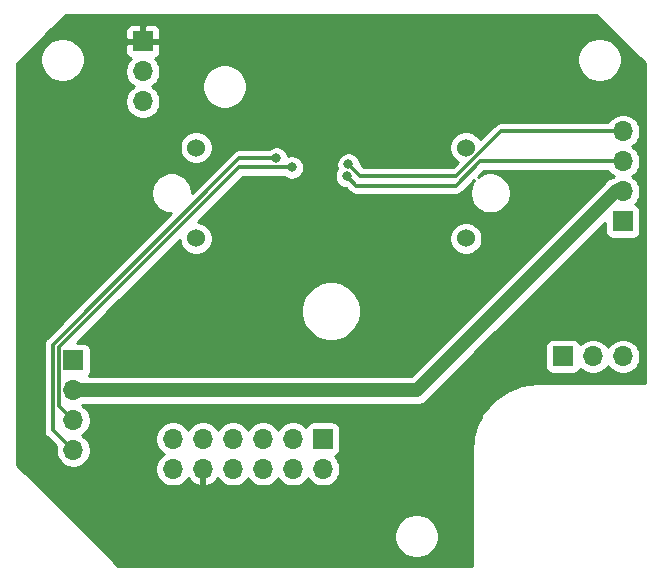
<source format=gbr>
%TF.GenerationSoftware,KiCad,Pcbnew,(5.1.9)-1*%
%TF.CreationDate,2021-09-07T12:43:22-06:00*%
%TF.ProjectId,standby_altimeter,7374616e-6462-4795-9f61-6c74696d6574,rev?*%
%TF.SameCoordinates,Original*%
%TF.FileFunction,Copper,L2,Bot*%
%TF.FilePolarity,Positive*%
%FSLAX46Y46*%
G04 Gerber Fmt 4.6, Leading zero omitted, Abs format (unit mm)*
G04 Created by KiCad (PCBNEW (5.1.9)-1) date 2021-09-07 12:43:22*
%MOMM*%
%LPD*%
G01*
G04 APERTURE LIST*
%TA.AperFunction,ComponentPad*%
%ADD10O,1.700000X1.700000*%
%TD*%
%TA.AperFunction,ComponentPad*%
%ADD11R,1.700000X1.700000*%
%TD*%
%TA.AperFunction,ComponentPad*%
%ADD12C,1.524000*%
%TD*%
%TA.AperFunction,ViaPad*%
%ADD13C,0.800000*%
%TD*%
%TA.AperFunction,Conductor*%
%ADD14C,1.219200*%
%TD*%
%TA.AperFunction,Conductor*%
%ADD15C,0.304800*%
%TD*%
%TA.AperFunction,Conductor*%
%ADD16C,0.254000*%
%TD*%
%TA.AperFunction,Conductor*%
%ADD17C,0.100000*%
%TD*%
G04 APERTURE END LIST*
D10*
%TO.P,J1,12*%
%TO.N,GND*%
X175465515Y-110630452D03*
%TO.P,J1,11*%
%TO.N,+3V3*%
X175465515Y-108090452D03*
%TO.P,J1,10*%
%TO.N,+5V*%
X178005515Y-110630452D03*
%TO.P,J1,9*%
%TO.N,/ZERO_DETECT*%
X178005515Y-108090452D03*
%TO.P,J1,8*%
%TO.N,/CH_A*%
X180545515Y-110630452D03*
%TO.P,J1,7*%
%TO.N,/COIL2*%
X180545515Y-108090452D03*
%TO.P,J1,6*%
%TO.N,/CH_B*%
X183085515Y-110630452D03*
%TO.P,J1,5*%
%TO.N,/COIL1*%
X183085515Y-108090452D03*
%TO.P,J1,4*%
%TO.N,/SDA*%
X185625515Y-110630452D03*
%TO.P,J1,3*%
%TO.N,/COIL4*%
X185625515Y-108090452D03*
%TO.P,J1,2*%
%TO.N,/SCL*%
X188165515Y-110630452D03*
D11*
%TO.P,J1,1*%
%TO.N,/COIL3*%
X188165515Y-108090452D03*
%TD*%
D12*
%TO.P,M1,4*%
%TO.N,/COIL4*%
X200272058Y-83413953D03*
%TO.P,M1,3*%
%TO.N,/COIL3*%
X200272058Y-91113953D03*
%TO.P,M1,2*%
%TO.N,/COIL2*%
X177422058Y-91113953D03*
%TO.P,M1,1*%
%TO.N,/COIL1*%
X177422058Y-83413953D03*
%TD*%
D10*
%TO.P,J3,3*%
%TO.N,GND*%
X172925515Y-79515452D03*
%TO.P,J3,2*%
%TO.N,/ZERO_DETECT*%
X172925515Y-76975452D03*
D11*
%TO.P,J3,1*%
%TO.N,+5V*%
X172925515Y-74435452D03*
%TD*%
D10*
%TO.P,J2,3*%
%TO.N,/CH_B*%
X213565515Y-101105452D03*
%TO.P,J2,2*%
%TO.N,GND*%
X211025515Y-101105452D03*
D11*
%TO.P,J2,1*%
%TO.N,/CH_A*%
X208485515Y-101105452D03*
%TD*%
D10*
%TO.P,DS2,4*%
%TO.N,/SD1*%
X213565515Y-82055452D03*
%TO.P,DS2,3*%
%TO.N,/SC1*%
X213565515Y-84595452D03*
%TO.P,DS2,2*%
%TO.N,+3V3*%
X213565515Y-87135452D03*
D11*
%TO.P,DS2,1*%
%TO.N,GND*%
X213565515Y-89675452D03*
%TD*%
D10*
%TO.P,DS1,4*%
%TO.N,/SD0*%
X167028601Y-109047091D03*
%TO.P,DS1,3*%
%TO.N,/SC0*%
X167028601Y-106507091D03*
%TO.P,DS1,2*%
%TO.N,+3V3*%
X167028601Y-103967091D03*
D11*
%TO.P,DS1,1*%
%TO.N,GND*%
X167028601Y-101427091D03*
%TD*%
D13*
%TO.N,+5V*%
X190451515Y-109868452D03*
X190451515Y-108344452D03*
X195658515Y-79642452D03*
X184863515Y-81420452D03*
%TO.N,/SD0*%
X184228515Y-84341452D03*
%TO.N,/SC0*%
X185534810Y-85093862D03*
%TO.N,/SD1*%
X190324515Y-84849452D03*
%TO.N,/SC1*%
X190183092Y-85839413D03*
%TD*%
D14*
%TO.N,+3V3*%
X167028601Y-103967091D02*
X196116594Y-103967091D01*
X196116594Y-103967091D02*
X212948233Y-87135452D01*
X212948233Y-87135452D02*
X213565515Y-87135452D01*
D15*
%TO.N,/SD0*%
X165321390Y-100121667D02*
X181101605Y-84341452D01*
X181101605Y-84341452D02*
X184228515Y-84341452D01*
X167028601Y-109047091D02*
X165321390Y-107339880D01*
X165321390Y-107339880D02*
X165321390Y-100121667D01*
%TO.N,/SC0*%
X165826200Y-105304690D02*
X165826200Y-100330767D01*
X167028601Y-106507091D02*
X165826200Y-105304690D01*
X181063105Y-85093862D02*
X185534810Y-85093862D01*
X165826200Y-100330767D02*
X181063105Y-85093862D01*
%TO.N,/SD1*%
X213565515Y-82055452D02*
X203279873Y-82055452D01*
X203279873Y-82055452D02*
X199469873Y-85865452D01*
X199469873Y-85865452D02*
X191340515Y-85865452D01*
X191340515Y-85865452D02*
X190324515Y-84849452D01*
%TO.N,/SC1*%
X199402784Y-86646451D02*
X190990130Y-86646451D01*
X213565515Y-84595452D02*
X201453783Y-84595452D01*
X201453783Y-84595452D02*
X199402784Y-86646451D01*
X190990130Y-86646451D02*
X190183092Y-85839413D01*
%TD*%
D16*
%TO.N,+5V*%
X215405516Y-76271369D02*
X215405515Y-103360530D01*
X206395596Y-103360530D01*
X206371527Y-103362901D01*
X205649263Y-103415940D01*
X205633883Y-103418459D01*
X205618310Y-103418948D01*
X205543526Y-103432404D01*
X204679144Y-103639924D01*
X204659463Y-103646548D01*
X204639151Y-103650865D01*
X204567932Y-103677351D01*
X203753961Y-104034660D01*
X203735767Y-104044662D01*
X203716539Y-104052509D01*
X203651149Y-104091181D01*
X203651135Y-104091189D01*
X203651130Y-104091193D01*
X202913302Y-104586992D01*
X202897164Y-104600060D01*
X202879631Y-104611187D01*
X202822110Y-104660837D01*
X202183737Y-105279464D01*
X202170169Y-105295182D01*
X202154884Y-105309238D01*
X202107065Y-105368290D01*
X201588330Y-106090186D01*
X201577759Y-106108060D01*
X201565205Y-106124600D01*
X201528599Y-106191186D01*
X201145899Y-106993533D01*
X201138662Y-107012992D01*
X201129233Y-107031498D01*
X201104997Y-107103514D01*
X200870429Y-107960950D01*
X200866752Y-107981387D01*
X200860750Y-108001266D01*
X200849650Y-108076436D01*
X200770884Y-108958989D01*
X200768016Y-108988111D01*
X200768015Y-118816751D01*
X170848816Y-118816751D01*
X168159977Y-116127912D01*
X194217017Y-116127912D01*
X194217017Y-116499224D01*
X194289456Y-116863402D01*
X194431551Y-117206450D01*
X194637842Y-117515186D01*
X194900399Y-117777743D01*
X195209135Y-117984034D01*
X195552183Y-118126129D01*
X195916361Y-118198568D01*
X196287673Y-118198568D01*
X196651851Y-118126129D01*
X196994899Y-117984034D01*
X197303635Y-117777743D01*
X197566192Y-117515186D01*
X197772483Y-117206450D01*
X197914578Y-116863402D01*
X197987017Y-116499224D01*
X197987017Y-116127912D01*
X197914578Y-115763734D01*
X197772483Y-115420686D01*
X197566192Y-115111950D01*
X197303635Y-114849393D01*
X196994899Y-114643102D01*
X196651851Y-114501007D01*
X196287673Y-114428568D01*
X195916361Y-114428568D01*
X195552183Y-114501007D01*
X195209135Y-114643102D01*
X194900399Y-114849393D01*
X194637842Y-115111950D01*
X194431551Y-115420686D01*
X194289456Y-115763734D01*
X194217017Y-116127912D01*
X168159977Y-116127912D01*
X162288601Y-110256537D01*
X162288601Y-100121667D01*
X164530182Y-100121667D01*
X164533991Y-100160340D01*
X164533990Y-107301217D01*
X164530182Y-107339880D01*
X164533990Y-107378543D01*
X164533990Y-107378552D01*
X164545384Y-107494236D01*
X164590408Y-107642662D01*
X164663524Y-107779451D01*
X164761921Y-107899349D01*
X164791968Y-107924008D01*
X165580963Y-108713003D01*
X165543601Y-108900831D01*
X165543601Y-109193351D01*
X165600669Y-109480249D01*
X165712611Y-109750502D01*
X165875126Y-109993723D01*
X166081969Y-110200566D01*
X166325190Y-110363081D01*
X166595443Y-110475023D01*
X166882341Y-110532091D01*
X167174861Y-110532091D01*
X167461759Y-110475023D01*
X167732012Y-110363081D01*
X167975233Y-110200566D01*
X168182076Y-109993723D01*
X168344591Y-109750502D01*
X168456533Y-109480249D01*
X168513601Y-109193351D01*
X168513601Y-108900831D01*
X168456533Y-108613933D01*
X168344591Y-108343680D01*
X168182076Y-108100459D01*
X168025809Y-107944192D01*
X173980515Y-107944192D01*
X173980515Y-108236712D01*
X174037583Y-108523610D01*
X174149525Y-108793863D01*
X174312040Y-109037084D01*
X174518883Y-109243927D01*
X174693275Y-109360452D01*
X174518883Y-109476977D01*
X174312040Y-109683820D01*
X174149525Y-109927041D01*
X174037583Y-110197294D01*
X173980515Y-110484192D01*
X173980515Y-110776712D01*
X174037583Y-111063610D01*
X174149525Y-111333863D01*
X174312040Y-111577084D01*
X174518883Y-111783927D01*
X174762104Y-111946442D01*
X175032357Y-112058384D01*
X175319255Y-112115452D01*
X175611775Y-112115452D01*
X175898673Y-112058384D01*
X176168926Y-111946442D01*
X176412147Y-111783927D01*
X176618990Y-111577084D01*
X176740710Y-111394918D01*
X176810337Y-111511807D01*
X177005246Y-111728040D01*
X177238595Y-111902093D01*
X177501416Y-112027277D01*
X177648625Y-112071928D01*
X177878515Y-111950607D01*
X177878515Y-110757452D01*
X177858515Y-110757452D01*
X177858515Y-110503452D01*
X177878515Y-110503452D01*
X177878515Y-110483452D01*
X178132515Y-110483452D01*
X178132515Y-110503452D01*
X178152515Y-110503452D01*
X178152515Y-110757452D01*
X178132515Y-110757452D01*
X178132515Y-111950607D01*
X178362405Y-112071928D01*
X178509614Y-112027277D01*
X178772435Y-111902093D01*
X179005784Y-111728040D01*
X179200693Y-111511807D01*
X179270320Y-111394918D01*
X179392040Y-111577084D01*
X179598883Y-111783927D01*
X179842104Y-111946442D01*
X180112357Y-112058384D01*
X180399255Y-112115452D01*
X180691775Y-112115452D01*
X180978673Y-112058384D01*
X181248926Y-111946442D01*
X181492147Y-111783927D01*
X181698990Y-111577084D01*
X181815515Y-111402692D01*
X181932040Y-111577084D01*
X182138883Y-111783927D01*
X182382104Y-111946442D01*
X182652357Y-112058384D01*
X182939255Y-112115452D01*
X183231775Y-112115452D01*
X183518673Y-112058384D01*
X183788926Y-111946442D01*
X184032147Y-111783927D01*
X184238990Y-111577084D01*
X184355515Y-111402692D01*
X184472040Y-111577084D01*
X184678883Y-111783927D01*
X184922104Y-111946442D01*
X185192357Y-112058384D01*
X185479255Y-112115452D01*
X185771775Y-112115452D01*
X186058673Y-112058384D01*
X186328926Y-111946442D01*
X186572147Y-111783927D01*
X186778990Y-111577084D01*
X186895515Y-111402692D01*
X187012040Y-111577084D01*
X187218883Y-111783927D01*
X187462104Y-111946442D01*
X187732357Y-112058384D01*
X188019255Y-112115452D01*
X188311775Y-112115452D01*
X188598673Y-112058384D01*
X188868926Y-111946442D01*
X189112147Y-111783927D01*
X189318990Y-111577084D01*
X189481505Y-111333863D01*
X189593447Y-111063610D01*
X189650515Y-110776712D01*
X189650515Y-110484192D01*
X189593447Y-110197294D01*
X189481505Y-109927041D01*
X189318990Y-109683820D01*
X189187135Y-109551965D01*
X189259695Y-109529954D01*
X189370009Y-109470989D01*
X189466700Y-109391637D01*
X189546052Y-109294946D01*
X189605017Y-109184632D01*
X189641327Y-109064934D01*
X189653587Y-108940452D01*
X189653587Y-107240452D01*
X189641327Y-107115970D01*
X189605017Y-106996272D01*
X189546052Y-106885958D01*
X189466700Y-106789267D01*
X189370009Y-106709915D01*
X189259695Y-106650950D01*
X189139997Y-106614640D01*
X189015515Y-106602380D01*
X187315515Y-106602380D01*
X187191033Y-106614640D01*
X187071335Y-106650950D01*
X186961021Y-106709915D01*
X186864330Y-106789267D01*
X186784978Y-106885958D01*
X186726013Y-106996272D01*
X186704002Y-107068832D01*
X186572147Y-106936977D01*
X186328926Y-106774462D01*
X186058673Y-106662520D01*
X185771775Y-106605452D01*
X185479255Y-106605452D01*
X185192357Y-106662520D01*
X184922104Y-106774462D01*
X184678883Y-106936977D01*
X184472040Y-107143820D01*
X184355515Y-107318212D01*
X184238990Y-107143820D01*
X184032147Y-106936977D01*
X183788926Y-106774462D01*
X183518673Y-106662520D01*
X183231775Y-106605452D01*
X182939255Y-106605452D01*
X182652357Y-106662520D01*
X182382104Y-106774462D01*
X182138883Y-106936977D01*
X181932040Y-107143820D01*
X181815515Y-107318212D01*
X181698990Y-107143820D01*
X181492147Y-106936977D01*
X181248926Y-106774462D01*
X180978673Y-106662520D01*
X180691775Y-106605452D01*
X180399255Y-106605452D01*
X180112357Y-106662520D01*
X179842104Y-106774462D01*
X179598883Y-106936977D01*
X179392040Y-107143820D01*
X179275515Y-107318212D01*
X179158990Y-107143820D01*
X178952147Y-106936977D01*
X178708926Y-106774462D01*
X178438673Y-106662520D01*
X178151775Y-106605452D01*
X177859255Y-106605452D01*
X177572357Y-106662520D01*
X177302104Y-106774462D01*
X177058883Y-106936977D01*
X176852040Y-107143820D01*
X176735515Y-107318212D01*
X176618990Y-107143820D01*
X176412147Y-106936977D01*
X176168926Y-106774462D01*
X175898673Y-106662520D01*
X175611775Y-106605452D01*
X175319255Y-106605452D01*
X175032357Y-106662520D01*
X174762104Y-106774462D01*
X174518883Y-106936977D01*
X174312040Y-107143820D01*
X174149525Y-107387041D01*
X174037583Y-107657294D01*
X173980515Y-107944192D01*
X168025809Y-107944192D01*
X167975233Y-107893616D01*
X167800841Y-107777091D01*
X167975233Y-107660566D01*
X168182076Y-107453723D01*
X168344591Y-107210502D01*
X168456533Y-106940249D01*
X168513601Y-106653351D01*
X168513601Y-106360831D01*
X168456533Y-106073933D01*
X168344591Y-105803680D01*
X168182076Y-105560459D01*
X167975233Y-105353616D01*
X167800841Y-105237091D01*
X167838855Y-105211691D01*
X196055461Y-105211691D01*
X196116594Y-105217712D01*
X196177727Y-105211691D01*
X196177737Y-105211691D01*
X196360578Y-105193683D01*
X196595186Y-105122515D01*
X196811402Y-105006945D01*
X197000917Y-104851414D01*
X197039896Y-104803918D01*
X201588362Y-100255452D01*
X206997443Y-100255452D01*
X206997443Y-101955452D01*
X207009703Y-102079934D01*
X207046013Y-102199632D01*
X207104978Y-102309946D01*
X207184330Y-102406637D01*
X207281021Y-102485989D01*
X207391335Y-102544954D01*
X207511033Y-102581264D01*
X207635515Y-102593524D01*
X209335515Y-102593524D01*
X209459997Y-102581264D01*
X209579695Y-102544954D01*
X209690009Y-102485989D01*
X209786700Y-102406637D01*
X209866052Y-102309946D01*
X209925017Y-102199632D01*
X209947028Y-102127072D01*
X210078883Y-102258927D01*
X210322104Y-102421442D01*
X210592357Y-102533384D01*
X210879255Y-102590452D01*
X211171775Y-102590452D01*
X211458673Y-102533384D01*
X211728926Y-102421442D01*
X211972147Y-102258927D01*
X212178990Y-102052084D01*
X212295515Y-101877692D01*
X212412040Y-102052084D01*
X212618883Y-102258927D01*
X212862104Y-102421442D01*
X213132357Y-102533384D01*
X213419255Y-102590452D01*
X213711775Y-102590452D01*
X213998673Y-102533384D01*
X214268926Y-102421442D01*
X214512147Y-102258927D01*
X214718990Y-102052084D01*
X214881505Y-101808863D01*
X214993447Y-101538610D01*
X215050515Y-101251712D01*
X215050515Y-100959192D01*
X214993447Y-100672294D01*
X214881505Y-100402041D01*
X214718990Y-100158820D01*
X214512147Y-99951977D01*
X214268926Y-99789462D01*
X213998673Y-99677520D01*
X213711775Y-99620452D01*
X213419255Y-99620452D01*
X213132357Y-99677520D01*
X212862104Y-99789462D01*
X212618883Y-99951977D01*
X212412040Y-100158820D01*
X212295515Y-100333212D01*
X212178990Y-100158820D01*
X211972147Y-99951977D01*
X211728926Y-99789462D01*
X211458673Y-99677520D01*
X211171775Y-99620452D01*
X210879255Y-99620452D01*
X210592357Y-99677520D01*
X210322104Y-99789462D01*
X210078883Y-99951977D01*
X209947028Y-100083832D01*
X209925017Y-100011272D01*
X209866052Y-99900958D01*
X209786700Y-99804267D01*
X209690009Y-99724915D01*
X209579695Y-99665950D01*
X209459997Y-99629640D01*
X209335515Y-99617380D01*
X207635515Y-99617380D01*
X207511033Y-99629640D01*
X207391335Y-99665950D01*
X207281021Y-99724915D01*
X207184330Y-99804267D01*
X207104978Y-99900958D01*
X207046013Y-100011272D01*
X207009703Y-100130970D01*
X206997443Y-100255452D01*
X201588362Y-100255452D01*
X212077443Y-89766372D01*
X212077443Y-90525452D01*
X212089703Y-90649934D01*
X212126013Y-90769632D01*
X212184978Y-90879946D01*
X212264330Y-90976637D01*
X212361021Y-91055989D01*
X212471335Y-91114954D01*
X212591033Y-91151264D01*
X212715515Y-91163524D01*
X214415515Y-91163524D01*
X214539997Y-91151264D01*
X214659695Y-91114954D01*
X214770009Y-91055989D01*
X214866700Y-90976637D01*
X214946052Y-90879946D01*
X215005017Y-90769632D01*
X215041327Y-90649934D01*
X215053587Y-90525452D01*
X215053587Y-88825452D01*
X215041327Y-88700970D01*
X215005017Y-88581272D01*
X214946052Y-88470958D01*
X214866700Y-88374267D01*
X214770009Y-88294915D01*
X214659695Y-88235950D01*
X214587135Y-88213939D01*
X214718990Y-88082084D01*
X214881505Y-87838863D01*
X214993447Y-87568610D01*
X215050515Y-87281712D01*
X215050515Y-86989192D01*
X214993447Y-86702294D01*
X214881505Y-86432041D01*
X214718990Y-86188820D01*
X214512147Y-85981977D01*
X214337755Y-85865452D01*
X214512147Y-85748927D01*
X214718990Y-85542084D01*
X214881505Y-85298863D01*
X214993447Y-85028610D01*
X215050515Y-84741712D01*
X215050515Y-84449192D01*
X214993447Y-84162294D01*
X214881505Y-83892041D01*
X214718990Y-83648820D01*
X214512147Y-83441977D01*
X214337755Y-83325452D01*
X214512147Y-83208927D01*
X214718990Y-83002084D01*
X214881505Y-82758863D01*
X214993447Y-82488610D01*
X215050515Y-82201712D01*
X215050515Y-81909192D01*
X214993447Y-81622294D01*
X214881505Y-81352041D01*
X214718990Y-81108820D01*
X214512147Y-80901977D01*
X214268926Y-80739462D01*
X213998673Y-80627520D01*
X213711775Y-80570452D01*
X213419255Y-80570452D01*
X213132357Y-80627520D01*
X212862104Y-80739462D01*
X212618883Y-80901977D01*
X212412040Y-81108820D01*
X212305645Y-81268052D01*
X203318538Y-81268052D01*
X203279873Y-81264244D01*
X203241208Y-81268052D01*
X203241200Y-81268052D01*
X203125516Y-81279446D01*
X202977090Y-81324470D01*
X202840301Y-81397586D01*
X202750443Y-81471330D01*
X202750440Y-81471333D01*
X202720404Y-81495983D01*
X202695754Y-81526019D01*
X201493835Y-82727939D01*
X201357178Y-82523418D01*
X201162593Y-82328833D01*
X200933785Y-82175948D01*
X200679548Y-82070639D01*
X200409650Y-82016953D01*
X200134466Y-82016953D01*
X199864568Y-82070639D01*
X199610331Y-82175948D01*
X199381523Y-82328833D01*
X199186938Y-82523418D01*
X199034053Y-82752226D01*
X198928744Y-83006463D01*
X198875058Y-83276361D01*
X198875058Y-83551545D01*
X198928744Y-83821443D01*
X199034053Y-84075680D01*
X199186938Y-84304488D01*
X199381523Y-84499073D01*
X199586044Y-84635730D01*
X199143723Y-85078052D01*
X191666666Y-85078052D01*
X191359515Y-84770902D01*
X191359515Y-84747513D01*
X191319741Y-84547554D01*
X191241720Y-84359196D01*
X191128452Y-84189678D01*
X190984289Y-84045515D01*
X190814771Y-83932247D01*
X190626413Y-83854226D01*
X190426454Y-83814452D01*
X190222576Y-83814452D01*
X190022617Y-83854226D01*
X189834259Y-83932247D01*
X189664741Y-84045515D01*
X189520578Y-84189678D01*
X189407310Y-84359196D01*
X189329289Y-84547554D01*
X189289515Y-84747513D01*
X189289515Y-84951391D01*
X189329289Y-85151350D01*
X189355606Y-85214883D01*
X189265887Y-85349157D01*
X189187866Y-85537515D01*
X189148092Y-85737474D01*
X189148092Y-85941352D01*
X189187866Y-86141311D01*
X189265887Y-86329669D01*
X189379155Y-86499187D01*
X189523318Y-86643350D01*
X189692836Y-86756618D01*
X189881194Y-86834639D01*
X190081153Y-86874413D01*
X190104541Y-86874413D01*
X190406007Y-87175878D01*
X190430661Y-87205920D01*
X190550558Y-87304317D01*
X190687347Y-87377433D01*
X190835773Y-87422457D01*
X190951457Y-87433851D01*
X190951466Y-87433851D01*
X190990129Y-87437659D01*
X191028792Y-87433851D01*
X199364121Y-87433851D01*
X199402784Y-87437659D01*
X199441447Y-87433851D01*
X199441457Y-87433851D01*
X199557141Y-87422457D01*
X199705567Y-87377433D01*
X199842356Y-87304317D01*
X199962253Y-87205920D01*
X199986912Y-87175874D01*
X200988449Y-86174337D01*
X200809521Y-86442122D01*
X200678733Y-86757872D01*
X200612058Y-87093070D01*
X200612058Y-87434836D01*
X200678733Y-87770034D01*
X200809521Y-88085784D01*
X200999395Y-88369951D01*
X201241060Y-88611616D01*
X201525227Y-88801490D01*
X201840977Y-88932278D01*
X202176175Y-88998953D01*
X202517941Y-88998953D01*
X202853139Y-88932278D01*
X203168889Y-88801490D01*
X203453056Y-88611616D01*
X203694721Y-88369951D01*
X203884595Y-88085784D01*
X204015383Y-87770034D01*
X204082058Y-87434836D01*
X204082058Y-87093070D01*
X204015383Y-86757872D01*
X203884595Y-86442122D01*
X203694721Y-86157955D01*
X203453056Y-85916290D01*
X203168889Y-85726416D01*
X202853139Y-85595628D01*
X202517941Y-85528953D01*
X202176175Y-85528953D01*
X201840977Y-85595628D01*
X201525227Y-85726416D01*
X201257443Y-85905343D01*
X201779935Y-85382852D01*
X212305645Y-85382852D01*
X212412040Y-85542084D01*
X212618883Y-85748927D01*
X212793275Y-85865452D01*
X212732470Y-85906080D01*
X212704249Y-85908860D01*
X212469641Y-85980028D01*
X212395216Y-86019809D01*
X212253424Y-86095598D01*
X212111402Y-86212153D01*
X212063910Y-86251129D01*
X212024936Y-86298619D01*
X195601065Y-102722491D01*
X168334534Y-102722491D01*
X168409138Y-102631585D01*
X168468103Y-102521271D01*
X168504413Y-102401573D01*
X168516673Y-102277091D01*
X168516673Y-100577091D01*
X168504413Y-100452609D01*
X168468103Y-100332911D01*
X168409138Y-100222597D01*
X168329786Y-100125906D01*
X168233095Y-100046554D01*
X168122781Y-99987589D01*
X168003083Y-99951279D01*
X167878601Y-99939019D01*
X167331498Y-99939019D01*
X170256240Y-97014277D01*
X186312058Y-97014277D01*
X186312058Y-97513629D01*
X186409476Y-98003385D01*
X186600570Y-98464726D01*
X186877995Y-98879921D01*
X187231090Y-99233016D01*
X187646285Y-99510441D01*
X188107626Y-99701535D01*
X188597382Y-99798953D01*
X189096734Y-99798953D01*
X189586490Y-99701535D01*
X190047831Y-99510441D01*
X190463026Y-99233016D01*
X190816121Y-98879921D01*
X191093546Y-98464726D01*
X191284640Y-98003385D01*
X191382058Y-97513629D01*
X191382058Y-97014277D01*
X191284640Y-96524521D01*
X191093546Y-96063180D01*
X190816121Y-95647985D01*
X190463026Y-95294890D01*
X190047831Y-95017465D01*
X189586490Y-94826371D01*
X189096734Y-94728953D01*
X188597382Y-94728953D01*
X188107626Y-94826371D01*
X187646285Y-95017465D01*
X187231090Y-95294890D01*
X186877995Y-95647985D01*
X186600570Y-96063180D01*
X186409476Y-96524521D01*
X186312058Y-97014277D01*
X170256240Y-97014277D01*
X176025058Y-91245460D01*
X176025058Y-91251545D01*
X176078744Y-91521443D01*
X176184053Y-91775680D01*
X176336938Y-92004488D01*
X176531523Y-92199073D01*
X176760331Y-92351958D01*
X177014568Y-92457267D01*
X177284466Y-92510953D01*
X177559650Y-92510953D01*
X177829548Y-92457267D01*
X178083785Y-92351958D01*
X178312593Y-92199073D01*
X178507178Y-92004488D01*
X178660063Y-91775680D01*
X178765372Y-91521443D01*
X178819058Y-91251545D01*
X178819058Y-90976361D01*
X198875058Y-90976361D01*
X198875058Y-91251545D01*
X198928744Y-91521443D01*
X199034053Y-91775680D01*
X199186938Y-92004488D01*
X199381523Y-92199073D01*
X199610331Y-92351958D01*
X199864568Y-92457267D01*
X200134466Y-92510953D01*
X200409650Y-92510953D01*
X200679548Y-92457267D01*
X200933785Y-92351958D01*
X201162593Y-92199073D01*
X201357178Y-92004488D01*
X201510063Y-91775680D01*
X201615372Y-91521443D01*
X201669058Y-91251545D01*
X201669058Y-90976361D01*
X201615372Y-90706463D01*
X201510063Y-90452226D01*
X201357178Y-90223418D01*
X201162593Y-90028833D01*
X200933785Y-89875948D01*
X200679548Y-89770639D01*
X200409650Y-89716953D01*
X200134466Y-89716953D01*
X199864568Y-89770639D01*
X199610331Y-89875948D01*
X199381523Y-90028833D01*
X199186938Y-90223418D01*
X199034053Y-90452226D01*
X198928744Y-90706463D01*
X198875058Y-90976361D01*
X178819058Y-90976361D01*
X178765372Y-90706463D01*
X178660063Y-90452226D01*
X178507178Y-90223418D01*
X178312593Y-90028833D01*
X178083785Y-89875948D01*
X177829548Y-89770639D01*
X177559650Y-89716953D01*
X177553565Y-89716953D01*
X181389257Y-85881262D01*
X184858499Y-85881262D01*
X184875036Y-85897799D01*
X185044554Y-86011067D01*
X185232912Y-86089088D01*
X185432871Y-86128862D01*
X185636749Y-86128862D01*
X185836708Y-86089088D01*
X186025066Y-86011067D01*
X186194584Y-85897799D01*
X186338747Y-85753636D01*
X186452015Y-85584118D01*
X186530036Y-85395760D01*
X186569810Y-85195801D01*
X186569810Y-84991923D01*
X186530036Y-84791964D01*
X186452015Y-84603606D01*
X186338747Y-84434088D01*
X186194584Y-84289925D01*
X186025066Y-84176657D01*
X185836708Y-84098636D01*
X185636749Y-84058862D01*
X185432871Y-84058862D01*
X185235395Y-84098142D01*
X185223741Y-84039554D01*
X185145720Y-83851196D01*
X185032452Y-83681678D01*
X184888289Y-83537515D01*
X184718771Y-83424247D01*
X184530413Y-83346226D01*
X184330454Y-83306452D01*
X184126576Y-83306452D01*
X183926617Y-83346226D01*
X183738259Y-83424247D01*
X183568741Y-83537515D01*
X183552204Y-83554052D01*
X181140267Y-83554052D01*
X181101604Y-83550244D01*
X181062941Y-83554052D01*
X181062932Y-83554052D01*
X180947248Y-83565446D01*
X180798822Y-83610470D01*
X180662033Y-83683586D01*
X180542136Y-83781983D01*
X180517482Y-83812024D01*
X177082058Y-87247448D01*
X177082058Y-87093070D01*
X177015383Y-86757872D01*
X176884595Y-86442122D01*
X176694721Y-86157955D01*
X176453056Y-85916290D01*
X176168889Y-85726416D01*
X175853139Y-85595628D01*
X175517941Y-85528953D01*
X175176175Y-85528953D01*
X174840977Y-85595628D01*
X174525227Y-85726416D01*
X174241060Y-85916290D01*
X173999395Y-86157955D01*
X173809521Y-86442122D01*
X173678733Y-86757872D01*
X173612058Y-87093070D01*
X173612058Y-87434836D01*
X173678733Y-87770034D01*
X173809521Y-88085784D01*
X173999395Y-88369951D01*
X174241060Y-88611616D01*
X174525227Y-88801490D01*
X174840977Y-88932278D01*
X175176175Y-88998953D01*
X175330553Y-88998953D01*
X164791963Y-99537544D01*
X164761922Y-99562198D01*
X164737269Y-99592238D01*
X164663525Y-99682095D01*
X164590408Y-99818885D01*
X164545385Y-99967310D01*
X164530182Y-100121667D01*
X162288601Y-100121667D01*
X162288601Y-83276361D01*
X176025058Y-83276361D01*
X176025058Y-83551545D01*
X176078744Y-83821443D01*
X176184053Y-84075680D01*
X176336938Y-84304488D01*
X176531523Y-84499073D01*
X176760331Y-84651958D01*
X177014568Y-84757267D01*
X177284466Y-84810953D01*
X177559650Y-84810953D01*
X177829548Y-84757267D01*
X178083785Y-84651958D01*
X178312593Y-84499073D01*
X178507178Y-84304488D01*
X178660063Y-84075680D01*
X178765372Y-83821443D01*
X178819058Y-83551545D01*
X178819058Y-83276361D01*
X178765372Y-83006463D01*
X178660063Y-82752226D01*
X178507178Y-82523418D01*
X178312593Y-82328833D01*
X178083785Y-82175948D01*
X177829548Y-82070639D01*
X177559650Y-82016953D01*
X177284466Y-82016953D01*
X177014568Y-82070639D01*
X176760331Y-82175948D01*
X176531523Y-82328833D01*
X176336938Y-82523418D01*
X176184053Y-82752226D01*
X176078744Y-83006463D01*
X176025058Y-83276361D01*
X162288601Y-83276361D01*
X162288601Y-76271367D01*
X162747637Y-75812331D01*
X164217018Y-75812331D01*
X164217018Y-76183643D01*
X164289457Y-76547821D01*
X164431552Y-76890869D01*
X164637843Y-77199605D01*
X164900400Y-77462162D01*
X165209136Y-77668453D01*
X165552184Y-77810548D01*
X165916362Y-77882987D01*
X166287674Y-77882987D01*
X166651852Y-77810548D01*
X166994900Y-77668453D01*
X167303636Y-77462162D01*
X167566193Y-77199605D01*
X167772484Y-76890869D01*
X167914579Y-76547821D01*
X167987018Y-76183643D01*
X167987018Y-75812331D01*
X167914579Y-75448153D01*
X167847187Y-75285452D01*
X171437443Y-75285452D01*
X171449703Y-75409934D01*
X171486013Y-75529632D01*
X171544978Y-75639946D01*
X171624330Y-75736637D01*
X171721021Y-75815989D01*
X171831335Y-75874954D01*
X171903895Y-75896965D01*
X171772040Y-76028820D01*
X171609525Y-76272041D01*
X171497583Y-76542294D01*
X171440515Y-76829192D01*
X171440515Y-77121712D01*
X171497583Y-77408610D01*
X171609525Y-77678863D01*
X171772040Y-77922084D01*
X171978883Y-78128927D01*
X172153275Y-78245452D01*
X171978883Y-78361977D01*
X171772040Y-78568820D01*
X171609525Y-78812041D01*
X171497583Y-79082294D01*
X171440515Y-79369192D01*
X171440515Y-79661712D01*
X171497583Y-79948610D01*
X171609525Y-80218863D01*
X171772040Y-80462084D01*
X171978883Y-80668927D01*
X172222104Y-80831442D01*
X172492357Y-80943384D01*
X172779255Y-81000452D01*
X173071775Y-81000452D01*
X173358673Y-80943384D01*
X173628926Y-80831442D01*
X173872147Y-80668927D01*
X174078990Y-80462084D01*
X174241505Y-80218863D01*
X174353447Y-79948610D01*
X174410515Y-79661712D01*
X174410515Y-79369192D01*
X174353447Y-79082294D01*
X174241505Y-78812041D01*
X174078990Y-78568820D01*
X173872147Y-78361977D01*
X173697755Y-78245452D01*
X173872147Y-78128927D01*
X173922777Y-78078297D01*
X177962058Y-78078297D01*
X177962058Y-78449609D01*
X178034497Y-78813787D01*
X178176592Y-79156835D01*
X178382883Y-79465571D01*
X178645440Y-79728128D01*
X178954176Y-79934419D01*
X179297224Y-80076514D01*
X179661402Y-80148953D01*
X180032714Y-80148953D01*
X180396892Y-80076514D01*
X180739940Y-79934419D01*
X181048676Y-79728128D01*
X181311233Y-79465571D01*
X181517524Y-79156835D01*
X181659619Y-78813787D01*
X181732058Y-78449609D01*
X181732058Y-78078297D01*
X181659619Y-77714119D01*
X181517524Y-77371071D01*
X181311233Y-77062335D01*
X181048676Y-76799778D01*
X180739940Y-76593487D01*
X180396892Y-76451392D01*
X180032714Y-76378953D01*
X179661402Y-76378953D01*
X179297224Y-76451392D01*
X178954176Y-76593487D01*
X178645440Y-76799778D01*
X178382883Y-77062335D01*
X178176592Y-77371071D01*
X178034497Y-77714119D01*
X177962058Y-78078297D01*
X173922777Y-78078297D01*
X174078990Y-77922084D01*
X174241505Y-77678863D01*
X174353447Y-77408610D01*
X174410515Y-77121712D01*
X174410515Y-76829192D01*
X174353447Y-76542294D01*
X174241505Y-76272041D01*
X174078990Y-76028820D01*
X173947135Y-75896965D01*
X174019695Y-75874954D01*
X174130009Y-75815989D01*
X174134466Y-75812331D01*
X209707098Y-75812331D01*
X209707098Y-76183643D01*
X209779537Y-76547821D01*
X209921632Y-76890869D01*
X210127923Y-77199605D01*
X210390480Y-77462162D01*
X210699216Y-77668453D01*
X211042264Y-77810548D01*
X211406442Y-77882987D01*
X211777754Y-77882987D01*
X212141932Y-77810548D01*
X212484980Y-77668453D01*
X212793716Y-77462162D01*
X213056273Y-77199605D01*
X213262564Y-76890869D01*
X213404659Y-76547821D01*
X213477098Y-76183643D01*
X213477098Y-75812331D01*
X213404659Y-75448153D01*
X213262564Y-75105105D01*
X213056273Y-74796369D01*
X212793716Y-74533812D01*
X212484980Y-74327521D01*
X212141932Y-74185426D01*
X211777754Y-74112987D01*
X211406442Y-74112987D01*
X211042264Y-74185426D01*
X210699216Y-74327521D01*
X210390480Y-74533812D01*
X210127923Y-74796369D01*
X209921632Y-75105105D01*
X209779537Y-75448153D01*
X209707098Y-75812331D01*
X174134466Y-75812331D01*
X174226700Y-75736637D01*
X174306052Y-75639946D01*
X174365017Y-75529632D01*
X174401327Y-75409934D01*
X174413587Y-75285452D01*
X174410515Y-74721202D01*
X174251765Y-74562452D01*
X173052515Y-74562452D01*
X173052515Y-74582452D01*
X172798515Y-74582452D01*
X172798515Y-74562452D01*
X171599265Y-74562452D01*
X171440515Y-74721202D01*
X171437443Y-75285452D01*
X167847187Y-75285452D01*
X167772484Y-75105105D01*
X167566193Y-74796369D01*
X167303636Y-74533812D01*
X166994900Y-74327521D01*
X166651852Y-74185426D01*
X166287674Y-74112987D01*
X165916362Y-74112987D01*
X165552184Y-74185426D01*
X165209136Y-74327521D01*
X164900400Y-74533812D01*
X164637843Y-74796369D01*
X164431552Y-75105105D01*
X164289457Y-75448153D01*
X164217018Y-75812331D01*
X162747637Y-75812331D01*
X164974516Y-73585452D01*
X171437443Y-73585452D01*
X171440515Y-74149702D01*
X171599265Y-74308452D01*
X172798515Y-74308452D01*
X172798515Y-73109202D01*
X173052515Y-73109202D01*
X173052515Y-74308452D01*
X174251765Y-74308452D01*
X174410515Y-74149702D01*
X174413587Y-73585452D01*
X174401327Y-73460970D01*
X174365017Y-73341272D01*
X174306052Y-73230958D01*
X174226700Y-73134267D01*
X174130009Y-73054915D01*
X174019695Y-72995950D01*
X173899997Y-72959640D01*
X173775515Y-72947380D01*
X173211265Y-72950452D01*
X173052515Y-73109202D01*
X172798515Y-73109202D01*
X172639765Y-72950452D01*
X172075515Y-72947380D01*
X171951033Y-72959640D01*
X171831335Y-72995950D01*
X171721021Y-73054915D01*
X171624330Y-73134267D01*
X171544978Y-73230958D01*
X171486013Y-73341272D01*
X171449703Y-73460970D01*
X171437443Y-73585452D01*
X164974516Y-73585452D01*
X166375399Y-72184570D01*
X211318718Y-72184570D01*
X215405516Y-76271369D01*
%TA.AperFunction,Conductor*%
D17*
G36*
X215405516Y-76271369D02*
G01*
X215405515Y-103360530D01*
X206395596Y-103360530D01*
X206371527Y-103362901D01*
X205649263Y-103415940D01*
X205633883Y-103418459D01*
X205618310Y-103418948D01*
X205543526Y-103432404D01*
X204679144Y-103639924D01*
X204659463Y-103646548D01*
X204639151Y-103650865D01*
X204567932Y-103677351D01*
X203753961Y-104034660D01*
X203735767Y-104044662D01*
X203716539Y-104052509D01*
X203651149Y-104091181D01*
X203651135Y-104091189D01*
X203651130Y-104091193D01*
X202913302Y-104586992D01*
X202897164Y-104600060D01*
X202879631Y-104611187D01*
X202822110Y-104660837D01*
X202183737Y-105279464D01*
X202170169Y-105295182D01*
X202154884Y-105309238D01*
X202107065Y-105368290D01*
X201588330Y-106090186D01*
X201577759Y-106108060D01*
X201565205Y-106124600D01*
X201528599Y-106191186D01*
X201145899Y-106993533D01*
X201138662Y-107012992D01*
X201129233Y-107031498D01*
X201104997Y-107103514D01*
X200870429Y-107960950D01*
X200866752Y-107981387D01*
X200860750Y-108001266D01*
X200849650Y-108076436D01*
X200770884Y-108958989D01*
X200768016Y-108988111D01*
X200768015Y-118816751D01*
X170848816Y-118816751D01*
X168159977Y-116127912D01*
X194217017Y-116127912D01*
X194217017Y-116499224D01*
X194289456Y-116863402D01*
X194431551Y-117206450D01*
X194637842Y-117515186D01*
X194900399Y-117777743D01*
X195209135Y-117984034D01*
X195552183Y-118126129D01*
X195916361Y-118198568D01*
X196287673Y-118198568D01*
X196651851Y-118126129D01*
X196994899Y-117984034D01*
X197303635Y-117777743D01*
X197566192Y-117515186D01*
X197772483Y-117206450D01*
X197914578Y-116863402D01*
X197987017Y-116499224D01*
X197987017Y-116127912D01*
X197914578Y-115763734D01*
X197772483Y-115420686D01*
X197566192Y-115111950D01*
X197303635Y-114849393D01*
X196994899Y-114643102D01*
X196651851Y-114501007D01*
X196287673Y-114428568D01*
X195916361Y-114428568D01*
X195552183Y-114501007D01*
X195209135Y-114643102D01*
X194900399Y-114849393D01*
X194637842Y-115111950D01*
X194431551Y-115420686D01*
X194289456Y-115763734D01*
X194217017Y-116127912D01*
X168159977Y-116127912D01*
X162288601Y-110256537D01*
X162288601Y-100121667D01*
X164530182Y-100121667D01*
X164533991Y-100160340D01*
X164533990Y-107301217D01*
X164530182Y-107339880D01*
X164533990Y-107378543D01*
X164533990Y-107378552D01*
X164545384Y-107494236D01*
X164590408Y-107642662D01*
X164663524Y-107779451D01*
X164761921Y-107899349D01*
X164791968Y-107924008D01*
X165580963Y-108713003D01*
X165543601Y-108900831D01*
X165543601Y-109193351D01*
X165600669Y-109480249D01*
X165712611Y-109750502D01*
X165875126Y-109993723D01*
X166081969Y-110200566D01*
X166325190Y-110363081D01*
X166595443Y-110475023D01*
X166882341Y-110532091D01*
X167174861Y-110532091D01*
X167461759Y-110475023D01*
X167732012Y-110363081D01*
X167975233Y-110200566D01*
X168182076Y-109993723D01*
X168344591Y-109750502D01*
X168456533Y-109480249D01*
X168513601Y-109193351D01*
X168513601Y-108900831D01*
X168456533Y-108613933D01*
X168344591Y-108343680D01*
X168182076Y-108100459D01*
X168025809Y-107944192D01*
X173980515Y-107944192D01*
X173980515Y-108236712D01*
X174037583Y-108523610D01*
X174149525Y-108793863D01*
X174312040Y-109037084D01*
X174518883Y-109243927D01*
X174693275Y-109360452D01*
X174518883Y-109476977D01*
X174312040Y-109683820D01*
X174149525Y-109927041D01*
X174037583Y-110197294D01*
X173980515Y-110484192D01*
X173980515Y-110776712D01*
X174037583Y-111063610D01*
X174149525Y-111333863D01*
X174312040Y-111577084D01*
X174518883Y-111783927D01*
X174762104Y-111946442D01*
X175032357Y-112058384D01*
X175319255Y-112115452D01*
X175611775Y-112115452D01*
X175898673Y-112058384D01*
X176168926Y-111946442D01*
X176412147Y-111783927D01*
X176618990Y-111577084D01*
X176740710Y-111394918D01*
X176810337Y-111511807D01*
X177005246Y-111728040D01*
X177238595Y-111902093D01*
X177501416Y-112027277D01*
X177648625Y-112071928D01*
X177878515Y-111950607D01*
X177878515Y-110757452D01*
X177858515Y-110757452D01*
X177858515Y-110503452D01*
X177878515Y-110503452D01*
X177878515Y-110483452D01*
X178132515Y-110483452D01*
X178132515Y-110503452D01*
X178152515Y-110503452D01*
X178152515Y-110757452D01*
X178132515Y-110757452D01*
X178132515Y-111950607D01*
X178362405Y-112071928D01*
X178509614Y-112027277D01*
X178772435Y-111902093D01*
X179005784Y-111728040D01*
X179200693Y-111511807D01*
X179270320Y-111394918D01*
X179392040Y-111577084D01*
X179598883Y-111783927D01*
X179842104Y-111946442D01*
X180112357Y-112058384D01*
X180399255Y-112115452D01*
X180691775Y-112115452D01*
X180978673Y-112058384D01*
X181248926Y-111946442D01*
X181492147Y-111783927D01*
X181698990Y-111577084D01*
X181815515Y-111402692D01*
X181932040Y-111577084D01*
X182138883Y-111783927D01*
X182382104Y-111946442D01*
X182652357Y-112058384D01*
X182939255Y-112115452D01*
X183231775Y-112115452D01*
X183518673Y-112058384D01*
X183788926Y-111946442D01*
X184032147Y-111783927D01*
X184238990Y-111577084D01*
X184355515Y-111402692D01*
X184472040Y-111577084D01*
X184678883Y-111783927D01*
X184922104Y-111946442D01*
X185192357Y-112058384D01*
X185479255Y-112115452D01*
X185771775Y-112115452D01*
X186058673Y-112058384D01*
X186328926Y-111946442D01*
X186572147Y-111783927D01*
X186778990Y-111577084D01*
X186895515Y-111402692D01*
X187012040Y-111577084D01*
X187218883Y-111783927D01*
X187462104Y-111946442D01*
X187732357Y-112058384D01*
X188019255Y-112115452D01*
X188311775Y-112115452D01*
X188598673Y-112058384D01*
X188868926Y-111946442D01*
X189112147Y-111783927D01*
X189318990Y-111577084D01*
X189481505Y-111333863D01*
X189593447Y-111063610D01*
X189650515Y-110776712D01*
X189650515Y-110484192D01*
X189593447Y-110197294D01*
X189481505Y-109927041D01*
X189318990Y-109683820D01*
X189187135Y-109551965D01*
X189259695Y-109529954D01*
X189370009Y-109470989D01*
X189466700Y-109391637D01*
X189546052Y-109294946D01*
X189605017Y-109184632D01*
X189641327Y-109064934D01*
X189653587Y-108940452D01*
X189653587Y-107240452D01*
X189641327Y-107115970D01*
X189605017Y-106996272D01*
X189546052Y-106885958D01*
X189466700Y-106789267D01*
X189370009Y-106709915D01*
X189259695Y-106650950D01*
X189139997Y-106614640D01*
X189015515Y-106602380D01*
X187315515Y-106602380D01*
X187191033Y-106614640D01*
X187071335Y-106650950D01*
X186961021Y-106709915D01*
X186864330Y-106789267D01*
X186784978Y-106885958D01*
X186726013Y-106996272D01*
X186704002Y-107068832D01*
X186572147Y-106936977D01*
X186328926Y-106774462D01*
X186058673Y-106662520D01*
X185771775Y-106605452D01*
X185479255Y-106605452D01*
X185192357Y-106662520D01*
X184922104Y-106774462D01*
X184678883Y-106936977D01*
X184472040Y-107143820D01*
X184355515Y-107318212D01*
X184238990Y-107143820D01*
X184032147Y-106936977D01*
X183788926Y-106774462D01*
X183518673Y-106662520D01*
X183231775Y-106605452D01*
X182939255Y-106605452D01*
X182652357Y-106662520D01*
X182382104Y-106774462D01*
X182138883Y-106936977D01*
X181932040Y-107143820D01*
X181815515Y-107318212D01*
X181698990Y-107143820D01*
X181492147Y-106936977D01*
X181248926Y-106774462D01*
X180978673Y-106662520D01*
X180691775Y-106605452D01*
X180399255Y-106605452D01*
X180112357Y-106662520D01*
X179842104Y-106774462D01*
X179598883Y-106936977D01*
X179392040Y-107143820D01*
X179275515Y-107318212D01*
X179158990Y-107143820D01*
X178952147Y-106936977D01*
X178708926Y-106774462D01*
X178438673Y-106662520D01*
X178151775Y-106605452D01*
X177859255Y-106605452D01*
X177572357Y-106662520D01*
X177302104Y-106774462D01*
X177058883Y-106936977D01*
X176852040Y-107143820D01*
X176735515Y-107318212D01*
X176618990Y-107143820D01*
X176412147Y-106936977D01*
X176168926Y-106774462D01*
X175898673Y-106662520D01*
X175611775Y-106605452D01*
X175319255Y-106605452D01*
X175032357Y-106662520D01*
X174762104Y-106774462D01*
X174518883Y-106936977D01*
X174312040Y-107143820D01*
X174149525Y-107387041D01*
X174037583Y-107657294D01*
X173980515Y-107944192D01*
X168025809Y-107944192D01*
X167975233Y-107893616D01*
X167800841Y-107777091D01*
X167975233Y-107660566D01*
X168182076Y-107453723D01*
X168344591Y-107210502D01*
X168456533Y-106940249D01*
X168513601Y-106653351D01*
X168513601Y-106360831D01*
X168456533Y-106073933D01*
X168344591Y-105803680D01*
X168182076Y-105560459D01*
X167975233Y-105353616D01*
X167800841Y-105237091D01*
X167838855Y-105211691D01*
X196055461Y-105211691D01*
X196116594Y-105217712D01*
X196177727Y-105211691D01*
X196177737Y-105211691D01*
X196360578Y-105193683D01*
X196595186Y-105122515D01*
X196811402Y-105006945D01*
X197000917Y-104851414D01*
X197039896Y-104803918D01*
X201588362Y-100255452D01*
X206997443Y-100255452D01*
X206997443Y-101955452D01*
X207009703Y-102079934D01*
X207046013Y-102199632D01*
X207104978Y-102309946D01*
X207184330Y-102406637D01*
X207281021Y-102485989D01*
X207391335Y-102544954D01*
X207511033Y-102581264D01*
X207635515Y-102593524D01*
X209335515Y-102593524D01*
X209459997Y-102581264D01*
X209579695Y-102544954D01*
X209690009Y-102485989D01*
X209786700Y-102406637D01*
X209866052Y-102309946D01*
X209925017Y-102199632D01*
X209947028Y-102127072D01*
X210078883Y-102258927D01*
X210322104Y-102421442D01*
X210592357Y-102533384D01*
X210879255Y-102590452D01*
X211171775Y-102590452D01*
X211458673Y-102533384D01*
X211728926Y-102421442D01*
X211972147Y-102258927D01*
X212178990Y-102052084D01*
X212295515Y-101877692D01*
X212412040Y-102052084D01*
X212618883Y-102258927D01*
X212862104Y-102421442D01*
X213132357Y-102533384D01*
X213419255Y-102590452D01*
X213711775Y-102590452D01*
X213998673Y-102533384D01*
X214268926Y-102421442D01*
X214512147Y-102258927D01*
X214718990Y-102052084D01*
X214881505Y-101808863D01*
X214993447Y-101538610D01*
X215050515Y-101251712D01*
X215050515Y-100959192D01*
X214993447Y-100672294D01*
X214881505Y-100402041D01*
X214718990Y-100158820D01*
X214512147Y-99951977D01*
X214268926Y-99789462D01*
X213998673Y-99677520D01*
X213711775Y-99620452D01*
X213419255Y-99620452D01*
X213132357Y-99677520D01*
X212862104Y-99789462D01*
X212618883Y-99951977D01*
X212412040Y-100158820D01*
X212295515Y-100333212D01*
X212178990Y-100158820D01*
X211972147Y-99951977D01*
X211728926Y-99789462D01*
X211458673Y-99677520D01*
X211171775Y-99620452D01*
X210879255Y-99620452D01*
X210592357Y-99677520D01*
X210322104Y-99789462D01*
X210078883Y-99951977D01*
X209947028Y-100083832D01*
X209925017Y-100011272D01*
X209866052Y-99900958D01*
X209786700Y-99804267D01*
X209690009Y-99724915D01*
X209579695Y-99665950D01*
X209459997Y-99629640D01*
X209335515Y-99617380D01*
X207635515Y-99617380D01*
X207511033Y-99629640D01*
X207391335Y-99665950D01*
X207281021Y-99724915D01*
X207184330Y-99804267D01*
X207104978Y-99900958D01*
X207046013Y-100011272D01*
X207009703Y-100130970D01*
X206997443Y-100255452D01*
X201588362Y-100255452D01*
X212077443Y-89766372D01*
X212077443Y-90525452D01*
X212089703Y-90649934D01*
X212126013Y-90769632D01*
X212184978Y-90879946D01*
X212264330Y-90976637D01*
X212361021Y-91055989D01*
X212471335Y-91114954D01*
X212591033Y-91151264D01*
X212715515Y-91163524D01*
X214415515Y-91163524D01*
X214539997Y-91151264D01*
X214659695Y-91114954D01*
X214770009Y-91055989D01*
X214866700Y-90976637D01*
X214946052Y-90879946D01*
X215005017Y-90769632D01*
X215041327Y-90649934D01*
X215053587Y-90525452D01*
X215053587Y-88825452D01*
X215041327Y-88700970D01*
X215005017Y-88581272D01*
X214946052Y-88470958D01*
X214866700Y-88374267D01*
X214770009Y-88294915D01*
X214659695Y-88235950D01*
X214587135Y-88213939D01*
X214718990Y-88082084D01*
X214881505Y-87838863D01*
X214993447Y-87568610D01*
X215050515Y-87281712D01*
X215050515Y-86989192D01*
X214993447Y-86702294D01*
X214881505Y-86432041D01*
X214718990Y-86188820D01*
X214512147Y-85981977D01*
X214337755Y-85865452D01*
X214512147Y-85748927D01*
X214718990Y-85542084D01*
X214881505Y-85298863D01*
X214993447Y-85028610D01*
X215050515Y-84741712D01*
X215050515Y-84449192D01*
X214993447Y-84162294D01*
X214881505Y-83892041D01*
X214718990Y-83648820D01*
X214512147Y-83441977D01*
X214337755Y-83325452D01*
X214512147Y-83208927D01*
X214718990Y-83002084D01*
X214881505Y-82758863D01*
X214993447Y-82488610D01*
X215050515Y-82201712D01*
X215050515Y-81909192D01*
X214993447Y-81622294D01*
X214881505Y-81352041D01*
X214718990Y-81108820D01*
X214512147Y-80901977D01*
X214268926Y-80739462D01*
X213998673Y-80627520D01*
X213711775Y-80570452D01*
X213419255Y-80570452D01*
X213132357Y-80627520D01*
X212862104Y-80739462D01*
X212618883Y-80901977D01*
X212412040Y-81108820D01*
X212305645Y-81268052D01*
X203318538Y-81268052D01*
X203279873Y-81264244D01*
X203241208Y-81268052D01*
X203241200Y-81268052D01*
X203125516Y-81279446D01*
X202977090Y-81324470D01*
X202840301Y-81397586D01*
X202750443Y-81471330D01*
X202750440Y-81471333D01*
X202720404Y-81495983D01*
X202695754Y-81526019D01*
X201493835Y-82727939D01*
X201357178Y-82523418D01*
X201162593Y-82328833D01*
X200933785Y-82175948D01*
X200679548Y-82070639D01*
X200409650Y-82016953D01*
X200134466Y-82016953D01*
X199864568Y-82070639D01*
X199610331Y-82175948D01*
X199381523Y-82328833D01*
X199186938Y-82523418D01*
X199034053Y-82752226D01*
X198928744Y-83006463D01*
X198875058Y-83276361D01*
X198875058Y-83551545D01*
X198928744Y-83821443D01*
X199034053Y-84075680D01*
X199186938Y-84304488D01*
X199381523Y-84499073D01*
X199586044Y-84635730D01*
X199143723Y-85078052D01*
X191666666Y-85078052D01*
X191359515Y-84770902D01*
X191359515Y-84747513D01*
X191319741Y-84547554D01*
X191241720Y-84359196D01*
X191128452Y-84189678D01*
X190984289Y-84045515D01*
X190814771Y-83932247D01*
X190626413Y-83854226D01*
X190426454Y-83814452D01*
X190222576Y-83814452D01*
X190022617Y-83854226D01*
X189834259Y-83932247D01*
X189664741Y-84045515D01*
X189520578Y-84189678D01*
X189407310Y-84359196D01*
X189329289Y-84547554D01*
X189289515Y-84747513D01*
X189289515Y-84951391D01*
X189329289Y-85151350D01*
X189355606Y-85214883D01*
X189265887Y-85349157D01*
X189187866Y-85537515D01*
X189148092Y-85737474D01*
X189148092Y-85941352D01*
X189187866Y-86141311D01*
X189265887Y-86329669D01*
X189379155Y-86499187D01*
X189523318Y-86643350D01*
X189692836Y-86756618D01*
X189881194Y-86834639D01*
X190081153Y-86874413D01*
X190104541Y-86874413D01*
X190406007Y-87175878D01*
X190430661Y-87205920D01*
X190550558Y-87304317D01*
X190687347Y-87377433D01*
X190835773Y-87422457D01*
X190951457Y-87433851D01*
X190951466Y-87433851D01*
X190990129Y-87437659D01*
X191028792Y-87433851D01*
X199364121Y-87433851D01*
X199402784Y-87437659D01*
X199441447Y-87433851D01*
X199441457Y-87433851D01*
X199557141Y-87422457D01*
X199705567Y-87377433D01*
X199842356Y-87304317D01*
X199962253Y-87205920D01*
X199986912Y-87175874D01*
X200988449Y-86174337D01*
X200809521Y-86442122D01*
X200678733Y-86757872D01*
X200612058Y-87093070D01*
X200612058Y-87434836D01*
X200678733Y-87770034D01*
X200809521Y-88085784D01*
X200999395Y-88369951D01*
X201241060Y-88611616D01*
X201525227Y-88801490D01*
X201840977Y-88932278D01*
X202176175Y-88998953D01*
X202517941Y-88998953D01*
X202853139Y-88932278D01*
X203168889Y-88801490D01*
X203453056Y-88611616D01*
X203694721Y-88369951D01*
X203884595Y-88085784D01*
X204015383Y-87770034D01*
X204082058Y-87434836D01*
X204082058Y-87093070D01*
X204015383Y-86757872D01*
X203884595Y-86442122D01*
X203694721Y-86157955D01*
X203453056Y-85916290D01*
X203168889Y-85726416D01*
X202853139Y-85595628D01*
X202517941Y-85528953D01*
X202176175Y-85528953D01*
X201840977Y-85595628D01*
X201525227Y-85726416D01*
X201257443Y-85905343D01*
X201779935Y-85382852D01*
X212305645Y-85382852D01*
X212412040Y-85542084D01*
X212618883Y-85748927D01*
X212793275Y-85865452D01*
X212732470Y-85906080D01*
X212704249Y-85908860D01*
X212469641Y-85980028D01*
X212395216Y-86019809D01*
X212253424Y-86095598D01*
X212111402Y-86212153D01*
X212063910Y-86251129D01*
X212024936Y-86298619D01*
X195601065Y-102722491D01*
X168334534Y-102722491D01*
X168409138Y-102631585D01*
X168468103Y-102521271D01*
X168504413Y-102401573D01*
X168516673Y-102277091D01*
X168516673Y-100577091D01*
X168504413Y-100452609D01*
X168468103Y-100332911D01*
X168409138Y-100222597D01*
X168329786Y-100125906D01*
X168233095Y-100046554D01*
X168122781Y-99987589D01*
X168003083Y-99951279D01*
X167878601Y-99939019D01*
X167331498Y-99939019D01*
X170256240Y-97014277D01*
X186312058Y-97014277D01*
X186312058Y-97513629D01*
X186409476Y-98003385D01*
X186600570Y-98464726D01*
X186877995Y-98879921D01*
X187231090Y-99233016D01*
X187646285Y-99510441D01*
X188107626Y-99701535D01*
X188597382Y-99798953D01*
X189096734Y-99798953D01*
X189586490Y-99701535D01*
X190047831Y-99510441D01*
X190463026Y-99233016D01*
X190816121Y-98879921D01*
X191093546Y-98464726D01*
X191284640Y-98003385D01*
X191382058Y-97513629D01*
X191382058Y-97014277D01*
X191284640Y-96524521D01*
X191093546Y-96063180D01*
X190816121Y-95647985D01*
X190463026Y-95294890D01*
X190047831Y-95017465D01*
X189586490Y-94826371D01*
X189096734Y-94728953D01*
X188597382Y-94728953D01*
X188107626Y-94826371D01*
X187646285Y-95017465D01*
X187231090Y-95294890D01*
X186877995Y-95647985D01*
X186600570Y-96063180D01*
X186409476Y-96524521D01*
X186312058Y-97014277D01*
X170256240Y-97014277D01*
X176025058Y-91245460D01*
X176025058Y-91251545D01*
X176078744Y-91521443D01*
X176184053Y-91775680D01*
X176336938Y-92004488D01*
X176531523Y-92199073D01*
X176760331Y-92351958D01*
X177014568Y-92457267D01*
X177284466Y-92510953D01*
X177559650Y-92510953D01*
X177829548Y-92457267D01*
X178083785Y-92351958D01*
X178312593Y-92199073D01*
X178507178Y-92004488D01*
X178660063Y-91775680D01*
X178765372Y-91521443D01*
X178819058Y-91251545D01*
X178819058Y-90976361D01*
X198875058Y-90976361D01*
X198875058Y-91251545D01*
X198928744Y-91521443D01*
X199034053Y-91775680D01*
X199186938Y-92004488D01*
X199381523Y-92199073D01*
X199610331Y-92351958D01*
X199864568Y-92457267D01*
X200134466Y-92510953D01*
X200409650Y-92510953D01*
X200679548Y-92457267D01*
X200933785Y-92351958D01*
X201162593Y-92199073D01*
X201357178Y-92004488D01*
X201510063Y-91775680D01*
X201615372Y-91521443D01*
X201669058Y-91251545D01*
X201669058Y-90976361D01*
X201615372Y-90706463D01*
X201510063Y-90452226D01*
X201357178Y-90223418D01*
X201162593Y-90028833D01*
X200933785Y-89875948D01*
X200679548Y-89770639D01*
X200409650Y-89716953D01*
X200134466Y-89716953D01*
X199864568Y-89770639D01*
X199610331Y-89875948D01*
X199381523Y-90028833D01*
X199186938Y-90223418D01*
X199034053Y-90452226D01*
X198928744Y-90706463D01*
X198875058Y-90976361D01*
X178819058Y-90976361D01*
X178765372Y-90706463D01*
X178660063Y-90452226D01*
X178507178Y-90223418D01*
X178312593Y-90028833D01*
X178083785Y-89875948D01*
X177829548Y-89770639D01*
X177559650Y-89716953D01*
X177553565Y-89716953D01*
X181389257Y-85881262D01*
X184858499Y-85881262D01*
X184875036Y-85897799D01*
X185044554Y-86011067D01*
X185232912Y-86089088D01*
X185432871Y-86128862D01*
X185636749Y-86128862D01*
X185836708Y-86089088D01*
X186025066Y-86011067D01*
X186194584Y-85897799D01*
X186338747Y-85753636D01*
X186452015Y-85584118D01*
X186530036Y-85395760D01*
X186569810Y-85195801D01*
X186569810Y-84991923D01*
X186530036Y-84791964D01*
X186452015Y-84603606D01*
X186338747Y-84434088D01*
X186194584Y-84289925D01*
X186025066Y-84176657D01*
X185836708Y-84098636D01*
X185636749Y-84058862D01*
X185432871Y-84058862D01*
X185235395Y-84098142D01*
X185223741Y-84039554D01*
X185145720Y-83851196D01*
X185032452Y-83681678D01*
X184888289Y-83537515D01*
X184718771Y-83424247D01*
X184530413Y-83346226D01*
X184330454Y-83306452D01*
X184126576Y-83306452D01*
X183926617Y-83346226D01*
X183738259Y-83424247D01*
X183568741Y-83537515D01*
X183552204Y-83554052D01*
X181140267Y-83554052D01*
X181101604Y-83550244D01*
X181062941Y-83554052D01*
X181062932Y-83554052D01*
X180947248Y-83565446D01*
X180798822Y-83610470D01*
X180662033Y-83683586D01*
X180542136Y-83781983D01*
X180517482Y-83812024D01*
X177082058Y-87247448D01*
X177082058Y-87093070D01*
X177015383Y-86757872D01*
X176884595Y-86442122D01*
X176694721Y-86157955D01*
X176453056Y-85916290D01*
X176168889Y-85726416D01*
X175853139Y-85595628D01*
X175517941Y-85528953D01*
X175176175Y-85528953D01*
X174840977Y-85595628D01*
X174525227Y-85726416D01*
X174241060Y-85916290D01*
X173999395Y-86157955D01*
X173809521Y-86442122D01*
X173678733Y-86757872D01*
X173612058Y-87093070D01*
X173612058Y-87434836D01*
X173678733Y-87770034D01*
X173809521Y-88085784D01*
X173999395Y-88369951D01*
X174241060Y-88611616D01*
X174525227Y-88801490D01*
X174840977Y-88932278D01*
X175176175Y-88998953D01*
X175330553Y-88998953D01*
X164791963Y-99537544D01*
X164761922Y-99562198D01*
X164737269Y-99592238D01*
X164663525Y-99682095D01*
X164590408Y-99818885D01*
X164545385Y-99967310D01*
X164530182Y-100121667D01*
X162288601Y-100121667D01*
X162288601Y-83276361D01*
X176025058Y-83276361D01*
X176025058Y-83551545D01*
X176078744Y-83821443D01*
X176184053Y-84075680D01*
X176336938Y-84304488D01*
X176531523Y-84499073D01*
X176760331Y-84651958D01*
X177014568Y-84757267D01*
X177284466Y-84810953D01*
X177559650Y-84810953D01*
X177829548Y-84757267D01*
X178083785Y-84651958D01*
X178312593Y-84499073D01*
X178507178Y-84304488D01*
X178660063Y-84075680D01*
X178765372Y-83821443D01*
X178819058Y-83551545D01*
X178819058Y-83276361D01*
X178765372Y-83006463D01*
X178660063Y-82752226D01*
X178507178Y-82523418D01*
X178312593Y-82328833D01*
X178083785Y-82175948D01*
X177829548Y-82070639D01*
X177559650Y-82016953D01*
X177284466Y-82016953D01*
X177014568Y-82070639D01*
X176760331Y-82175948D01*
X176531523Y-82328833D01*
X176336938Y-82523418D01*
X176184053Y-82752226D01*
X176078744Y-83006463D01*
X176025058Y-83276361D01*
X162288601Y-83276361D01*
X162288601Y-76271367D01*
X162747637Y-75812331D01*
X164217018Y-75812331D01*
X164217018Y-76183643D01*
X164289457Y-76547821D01*
X164431552Y-76890869D01*
X164637843Y-77199605D01*
X164900400Y-77462162D01*
X165209136Y-77668453D01*
X165552184Y-77810548D01*
X165916362Y-77882987D01*
X166287674Y-77882987D01*
X166651852Y-77810548D01*
X166994900Y-77668453D01*
X167303636Y-77462162D01*
X167566193Y-77199605D01*
X167772484Y-76890869D01*
X167914579Y-76547821D01*
X167987018Y-76183643D01*
X167987018Y-75812331D01*
X167914579Y-75448153D01*
X167847187Y-75285452D01*
X171437443Y-75285452D01*
X171449703Y-75409934D01*
X171486013Y-75529632D01*
X171544978Y-75639946D01*
X171624330Y-75736637D01*
X171721021Y-75815989D01*
X171831335Y-75874954D01*
X171903895Y-75896965D01*
X171772040Y-76028820D01*
X171609525Y-76272041D01*
X171497583Y-76542294D01*
X171440515Y-76829192D01*
X171440515Y-77121712D01*
X171497583Y-77408610D01*
X171609525Y-77678863D01*
X171772040Y-77922084D01*
X171978883Y-78128927D01*
X172153275Y-78245452D01*
X171978883Y-78361977D01*
X171772040Y-78568820D01*
X171609525Y-78812041D01*
X171497583Y-79082294D01*
X171440515Y-79369192D01*
X171440515Y-79661712D01*
X171497583Y-79948610D01*
X171609525Y-80218863D01*
X171772040Y-80462084D01*
X171978883Y-80668927D01*
X172222104Y-80831442D01*
X172492357Y-80943384D01*
X172779255Y-81000452D01*
X173071775Y-81000452D01*
X173358673Y-80943384D01*
X173628926Y-80831442D01*
X173872147Y-80668927D01*
X174078990Y-80462084D01*
X174241505Y-80218863D01*
X174353447Y-79948610D01*
X174410515Y-79661712D01*
X174410515Y-79369192D01*
X174353447Y-79082294D01*
X174241505Y-78812041D01*
X174078990Y-78568820D01*
X173872147Y-78361977D01*
X173697755Y-78245452D01*
X173872147Y-78128927D01*
X173922777Y-78078297D01*
X177962058Y-78078297D01*
X177962058Y-78449609D01*
X178034497Y-78813787D01*
X178176592Y-79156835D01*
X178382883Y-79465571D01*
X178645440Y-79728128D01*
X178954176Y-79934419D01*
X179297224Y-80076514D01*
X179661402Y-80148953D01*
X180032714Y-80148953D01*
X180396892Y-80076514D01*
X180739940Y-79934419D01*
X181048676Y-79728128D01*
X181311233Y-79465571D01*
X181517524Y-79156835D01*
X181659619Y-78813787D01*
X181732058Y-78449609D01*
X181732058Y-78078297D01*
X181659619Y-77714119D01*
X181517524Y-77371071D01*
X181311233Y-77062335D01*
X181048676Y-76799778D01*
X180739940Y-76593487D01*
X180396892Y-76451392D01*
X180032714Y-76378953D01*
X179661402Y-76378953D01*
X179297224Y-76451392D01*
X178954176Y-76593487D01*
X178645440Y-76799778D01*
X178382883Y-77062335D01*
X178176592Y-77371071D01*
X178034497Y-77714119D01*
X177962058Y-78078297D01*
X173922777Y-78078297D01*
X174078990Y-77922084D01*
X174241505Y-77678863D01*
X174353447Y-77408610D01*
X174410515Y-77121712D01*
X174410515Y-76829192D01*
X174353447Y-76542294D01*
X174241505Y-76272041D01*
X174078990Y-76028820D01*
X173947135Y-75896965D01*
X174019695Y-75874954D01*
X174130009Y-75815989D01*
X174134466Y-75812331D01*
X209707098Y-75812331D01*
X209707098Y-76183643D01*
X209779537Y-76547821D01*
X209921632Y-76890869D01*
X210127923Y-77199605D01*
X210390480Y-77462162D01*
X210699216Y-77668453D01*
X211042264Y-77810548D01*
X211406442Y-77882987D01*
X211777754Y-77882987D01*
X212141932Y-77810548D01*
X212484980Y-77668453D01*
X212793716Y-77462162D01*
X213056273Y-77199605D01*
X213262564Y-76890869D01*
X213404659Y-76547821D01*
X213477098Y-76183643D01*
X213477098Y-75812331D01*
X213404659Y-75448153D01*
X213262564Y-75105105D01*
X213056273Y-74796369D01*
X212793716Y-74533812D01*
X212484980Y-74327521D01*
X212141932Y-74185426D01*
X211777754Y-74112987D01*
X211406442Y-74112987D01*
X211042264Y-74185426D01*
X210699216Y-74327521D01*
X210390480Y-74533812D01*
X210127923Y-74796369D01*
X209921632Y-75105105D01*
X209779537Y-75448153D01*
X209707098Y-75812331D01*
X174134466Y-75812331D01*
X174226700Y-75736637D01*
X174306052Y-75639946D01*
X174365017Y-75529632D01*
X174401327Y-75409934D01*
X174413587Y-75285452D01*
X174410515Y-74721202D01*
X174251765Y-74562452D01*
X173052515Y-74562452D01*
X173052515Y-74582452D01*
X172798515Y-74582452D01*
X172798515Y-74562452D01*
X171599265Y-74562452D01*
X171440515Y-74721202D01*
X171437443Y-75285452D01*
X167847187Y-75285452D01*
X167772484Y-75105105D01*
X167566193Y-74796369D01*
X167303636Y-74533812D01*
X166994900Y-74327521D01*
X166651852Y-74185426D01*
X166287674Y-74112987D01*
X165916362Y-74112987D01*
X165552184Y-74185426D01*
X165209136Y-74327521D01*
X164900400Y-74533812D01*
X164637843Y-74796369D01*
X164431552Y-75105105D01*
X164289457Y-75448153D01*
X164217018Y-75812331D01*
X162747637Y-75812331D01*
X164974516Y-73585452D01*
X171437443Y-73585452D01*
X171440515Y-74149702D01*
X171599265Y-74308452D01*
X172798515Y-74308452D01*
X172798515Y-73109202D01*
X173052515Y-73109202D01*
X173052515Y-74308452D01*
X174251765Y-74308452D01*
X174410515Y-74149702D01*
X174413587Y-73585452D01*
X174401327Y-73460970D01*
X174365017Y-73341272D01*
X174306052Y-73230958D01*
X174226700Y-73134267D01*
X174130009Y-73054915D01*
X174019695Y-72995950D01*
X173899997Y-72959640D01*
X173775515Y-72947380D01*
X173211265Y-72950452D01*
X173052515Y-73109202D01*
X172798515Y-73109202D01*
X172639765Y-72950452D01*
X172075515Y-72947380D01*
X171951033Y-72959640D01*
X171831335Y-72995950D01*
X171721021Y-73054915D01*
X171624330Y-73134267D01*
X171544978Y-73230958D01*
X171486013Y-73341272D01*
X171449703Y-73460970D01*
X171437443Y-73585452D01*
X164974516Y-73585452D01*
X166375399Y-72184570D01*
X211318718Y-72184570D01*
X215405516Y-76271369D01*
G37*
%TD.AperFunction*%
%TD*%
M02*

</source>
